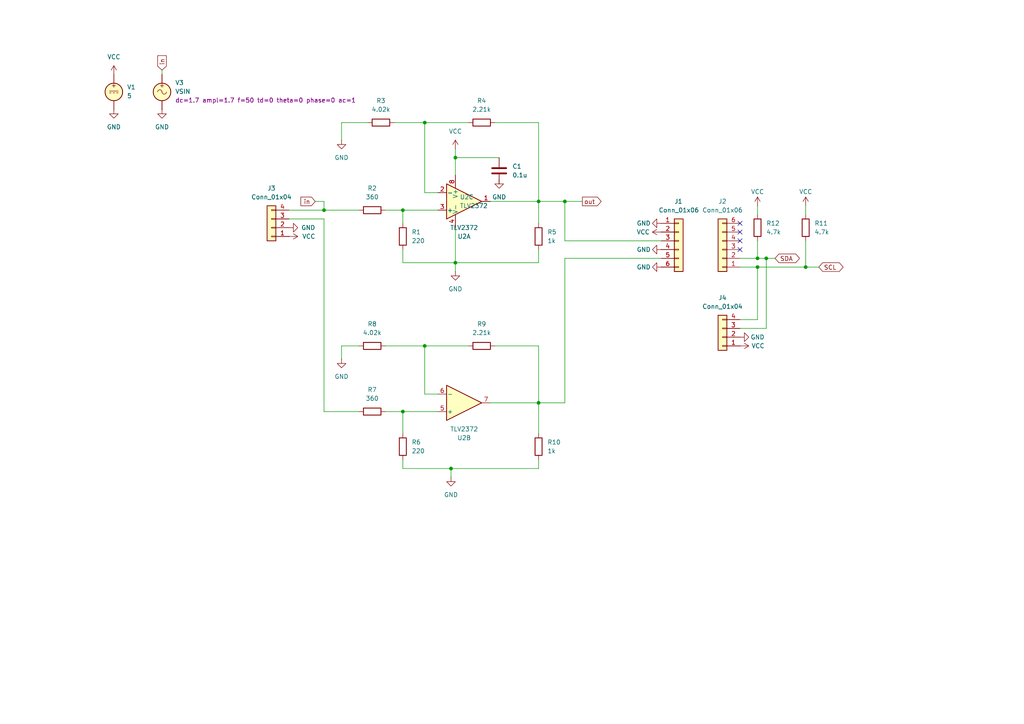
<source format=kicad_sch>
(kicad_sch (version 20231120) (generator "eeschema") (generator_version "8.0")
  (paper "A4")
  (lib_symbols
    (symbol "Amplifier_Operational:TLV2372" (pin_names (offset 0.127))
      (property "Reference" "U" (at 0 5.08 0))
      (property "Value" "TLV2372" (at 0 -5.08 0))
      (symbol "TLV2372_1_1"
        (polyline (pts (xy -5.08 5.08) (xy 5.08 0) (xy -5.08 -5.08) (xy -5.08 5.08)) (stroke (width 0.254)) (fill (type background)))
        (pin output line (at 7.62 0 180) (length 2.54) (name "~") (number "1"))
        (pin input line (at -7.62 -2.54 0) (length 2.54) (name "-") (number "2"))
        (pin input line (at -7.62 2.54 0) (length 2.54) (name "+") (number "3"))
      )
      (symbol "TLV2372_2_1"
        (polyline (pts (xy -5.08 5.08) (xy 5.08 0) (xy -5.08 -5.08) (xy -5.08 5.08)) (stroke (width 0.254)) (fill (type background)))
        (pin input line (at -7.62 2.54 0) (length 2.54) (name "+") (number "5"))
        (pin input line (at -7.62 -2.54 0) (length 2.54) (name "-") (number "6"))
        (pin output line (at 7.62 0 180) (length 2.54) (name "~") (number "7"))
      )
      (symbol "TLV2372_3_1"
        (pin power_in line (at -2.54 -7.62 90) (length 3.81) (name "V-") (number "4"))
        (pin power_in line (at -2.54 7.62 270) (length 3.81) (name "V+") (number "8"))
      )
    )
    (symbol "Connector_Generic:Conn_01x04" (pin_names (offset 1.016) hide)
      (property "Reference" "J" (at 0 5.08 0))
      (property "Value" "Conn_01x04" (at 0 -7.62 0))
      (symbol "Conn_01x04_1_1"
        (rectangle (start -1.27 -4.953) (end 0 -5.207) (stroke (width 0.1524)))
        (rectangle (start -1.27 -2.413) (end 0 -2.667) (stroke (width 0.1524)))
        (rectangle (start -1.27 0.127) (end 0 -0.127) (stroke (width 0.1524)))
        (rectangle (start -1.27 2.667) (end 0 2.413) (stroke (width 0.1524)))
        (rectangle (start -1.27 3.81) (end 1.27 -6.35) (stroke (width 0.254)) (fill (type background)))
        (pin passive line (at -5.08 2.54 0) (length 3.81) (name "Pin_1") (number "1"))
        (pin passive line (at -5.08 0 0) (length 3.81) (name "Pin_2") (number "2"))
        (pin passive line (at -5.08 -2.54 0) (length 3.81) (name "Pin_3") (number "3"))
        (pin passive line (at -5.08 -5.08 0) (length 3.81) (name "Pin_4") (number "4"))
      )
    )
    (symbol "Connector_Generic:Conn_01x06" (pin_names (offset 1.016) hide)
      (property "Reference" "J" (at 0 7.62 0))
      (property "Value" "Conn_01x06" (at 0 -10.16 0))
      (symbol "Conn_01x06_1_1"
        (rectangle (start -1.27 -7.493) (end 0 -7.747) (stroke (width 0.1524)))
        (rectangle (start -1.27 -4.953) (end 0 -5.207) (stroke (width 0.1524)))
        (rectangle (start -1.27 -2.413) (end 0 -2.667) (stroke (width 0.1524)))
        (rectangle (start -1.27 0.127) (end 0 -0.127) (stroke (width 0.1524)))
        (rectangle (start -1.27 2.667) (end 0 2.413) (stroke (width 0.1524)))
        (rectangle (start -1.27 5.207) (end 0 4.953) (stroke (width 0.1524)))
        (rectangle (start -1.27 6.35) (end 1.27 -8.89) (stroke (width 0.254)) (fill (type background)))
        (pin passive line (at -5.08 5.08 0) (length 3.81) (name "Pin_1") (number "1"))
        (pin passive line (at -5.08 2.54 0) (length 3.81) (name "Pin_2") (number "2"))
        (pin passive line (at -5.08 0 0) (length 3.81) (name "Pin_3") (number "3"))
        (pin passive line (at -5.08 -2.54 0) (length 3.81) (name "Pin_4") (number "4"))
        (pin passive line (at -5.08 -5.08 0) (length 3.81) (name "Pin_5") (number "5"))
        (pin passive line (at -5.08 -7.62 0) (length 3.81) (name "Pin_6") (number "6"))
      )
    )
    (symbol "Device:C" (pin_numbers hide) (pin_names (offset 0.254))
      (property "Reference" "C" (at 0.635 2.54 0))
      (property "Value" "C" (at 0.635 -2.54 0))
      (symbol "C_0_1"
        (polyline (pts (xy -2.032 -0.762) (xy 2.032 -0.762)) (stroke (width 0.508)))
        (polyline (pts (xy -2.032 0.762) (xy 2.032 0.762)) (stroke (width 0.508)))
      )
      (symbol "C_1_1"
        (pin passive line (at 0 3.81 270) (length 2.794) (name "~") (number "1"))
        (pin passive line (at 0 -3.81 90) (length 2.794) (name "~") (number "2"))
      )
    )
    (symbol "Device:R" (pin_numbers hide) (pin_names (offset 0))
      (property "Reference" "R" (at 2.032 0 90))
      (property "Value" "R" (at 0 0 90))
      (symbol "R_0_1"
        (rectangle (start -1.016 -2.54) (end 1.016 2.54) (stroke (width 0.254)))
      )
      (symbol "R_1_1"
        (pin passive line (at 0 3.81 270) (length 1.27) (name "~") (number "1"))
        (pin passive line (at 0 -3.81 90) (length 1.27) (name "~") (number "2"))
      )
    )
    (symbol "Simulation_SPICE:VDC" (pin_numbers hide) (pin_names (offset 0.0254))
      (property "Reference" "V" (at 2.54 2.54 0))
      (property "Value" "1" (at 2.54 0 0))
      (symbol "VDC_0_0"
        (polyline (pts (xy -1.27 0.254) (xy 1.27 0.254)))
        (polyline (pts (xy -0.762 -0.254) (xy -1.27 -0.254)))
        (polyline (pts (xy 0.254 -0.254) (xy -0.254 -0.254)))
        (polyline (pts (xy 1.27 -0.254) (xy 0.762 -0.254)))
        (text "+" (at 0 1.905 0) (effects (font (size 1.27 1.27))))
      )
      (symbol "VDC_0_1"
        (circle (center 0 0) (radius 2.54) (stroke (width 0.254)) (fill (type background)))
      )
      (symbol "VDC_1_1"
        (pin passive line (at 0 5.08 270) (length 2.54) (name "~") (number "1"))
        (pin passive line (at 0 -5.08 90) (length 2.54) (name "~") (number "2"))
      )
    )
    (symbol "Simulation_SPICE:VSIN" (pin_numbers hide) (pin_names (offset 0.0254))
      (property "Reference" "V" (at 2.54 2.54 0))
      (property "Value" "VSIN" (at 2.54 0 0))
      (property "Sim.Params" "dc=0 ampl=1 f=1k ac=1" (at 2.54 -2.54 0))
      (symbol "VSIN_0_0"
        (arc (start 0 0) (mid -0.635 0.6323) (end -1.27 0))
        (arc (start 0 0) (mid 0.635 -0.6323) (end 1.27 0))
        (text "+" (at 0 1.905 0) (effects (font (size 1.27 1.27))))
      )
      (symbol "VSIN_0_1"
        (circle (center 0 0) (radius 2.54) (stroke (width 0.254)) (fill (type background)))
      )
      (symbol "VSIN_1_1"
        (pin passive line (at 0 5.08 270) (length 2.54) (name "~") (number "1"))
        (pin passive line (at 0 -5.08 90) (length 2.54) (name "~") (number "2"))
      )
    )
    (symbol "power:GND" (power) (pin_numbers hide) (pin_names (offset 0) hide)
      (property "Value" "GND" (at 0 -3.81 0))
      (symbol "GND_0_1"
        (polyline (pts (xy 0 0) (xy 0 -1.27) (xy 1.27 -1.27) (xy 0 -2.54) (xy -1.27 -1.27) (xy 0 -1.27)))
      )
      (symbol "GND_1_1"
        (pin power_in line (at 0 0 270) (length 0) (name "~") (number "1"))
      )
    )
    (symbol "power:VCC" (power) (pin_numbers hide) (pin_names (offset 0) hide)
      (property "Value" "VCC" (at 0 3.556 0))
      (symbol "VCC_0_1"
        (polyline (pts (xy -0.762 1.27) (xy 0 2.54)))
        (polyline (pts (xy 0 0) (xy 0 2.54)))
        (polyline (pts (xy 0 2.54) (xy 0.762 1.27)))
      )
      (symbol "VCC_1_1"
        (pin power_in line (at 0 0 90) (length 0) (name "~") (number "1"))
      )
    )
  )
  (junction (at 132.08 45.72))
  (junction (at 130.81 135.89))
  (junction (at 233.68 77.47))
  (junction (at 116.84 119.38))
  (junction (at 163.83 58.42))
  (junction (at 123.19 100.33))
  (junction (at 93.98 60.96))
  (junction (at 156.21 116.84))
  (junction (at 123.19 35.56))
  (junction (at 219.71 77.47))
  (junction (at 156.21 58.42))
  (junction (at 116.84 60.96))
  (junction (at 222.25 74.93))
  (junction (at 219.71 74.93))
  (junction (at 132.08 76.2))
  (no_connect (at 214.63 69.85))
  (no_connect (at 214.63 72.39))
  (no_connect (at 214.63 64.77))
  (no_connect (at 214.63 67.31))
  (wire (pts (xy 222.25 74.93) (xy 222.25 95.25)))
  (wire (pts (xy 219.71 69.85) (xy 219.71 74.93)))
  (wire (pts (xy 156.21 58.42) (xy 163.83 58.42)))
  (wire (pts (xy 111.76 100.33) (xy 123.19 100.33)))
  (wire (pts (xy 123.19 100.33) (xy 135.89 100.33)))
  (wire (pts (xy 233.68 77.47) (xy 233.68 69.85)))
  (wire (pts (xy 142.24 58.42) (xy 156.21 58.42)))
  (wire (pts (xy 46.99 20.32) (xy 46.99 21.59)))
  (wire (pts (xy 111.76 119.38) (xy 116.84 119.38)))
  (wire (pts (xy 191.77 69.85) (xy 163.83 69.85)))
  (wire (pts (xy 163.83 69.85) (xy 163.83 58.42)))
  (wire (pts (xy 156.21 72.39) (xy 156.21 76.2)))
  (wire (pts (xy 83.82 63.5) (xy 93.98 63.5)))
  (wire (pts (xy 219.71 92.71) (xy 214.63 92.71)))
  (wire (pts (xy 163.83 116.84) (xy 156.21 116.84)))
  (wire (pts (xy 233.68 62.23) (xy 233.68 59.69)))
  (wire (pts (xy 99.06 35.56) (xy 106.68 35.56)))
  (wire (pts (xy 116.84 60.96) (xy 127 60.96)))
  (wire (pts (xy 191.77 74.93) (xy 163.83 74.93)))
  (wire (pts (xy 219.71 62.23) (xy 219.71 59.69)))
  (wire (pts (xy 116.84 76.2) (xy 132.08 76.2)))
  (wire (pts (xy 99.06 40.64) (xy 99.06 35.56)))
  (wire (pts (xy 156.21 116.84) (xy 156.21 125.73)))
  (wire (pts (xy 116.84 119.38) (xy 127 119.38)))
  (wire (pts (xy 214.63 77.47) (xy 219.71 77.47)))
  (wire (pts (xy 132.08 76.2) (xy 156.21 76.2)))
  (wire (pts (xy 233.68 77.47) (xy 237.49 77.47)))
  (wire (pts (xy 214.63 95.25) (xy 222.25 95.25)))
  (wire (pts (xy 143.51 100.33) (xy 156.21 100.33)))
  (wire (pts (xy 93.98 60.96) (xy 104.14 60.96)))
  (wire (pts (xy 143.51 35.56) (xy 156.21 35.56)))
  (wire (pts (xy 123.19 114.3) (xy 127 114.3)))
  (wire (pts (xy 93.98 119.38) (xy 104.14 119.38)))
  (wire (pts (xy 104.14 100.33) (xy 99.06 100.33)))
  (wire (pts (xy 132.08 78.74) (xy 132.08 76.2)))
  (wire (pts (xy 222.25 74.93) (xy 224.79 74.93)))
  (wire (pts (xy 219.71 74.93) (xy 222.25 74.93)))
  (wire (pts (xy 132.08 45.72) (xy 132.08 50.8)))
  (wire (pts (xy 156.21 100.33) (xy 156.21 116.84)))
  (wire (pts (xy 93.98 58.42) (xy 93.98 60.96)))
  (wire (pts (xy 144.78 53.34) (xy 144.78 52.07)))
  (wire (pts (xy 132.08 45.72) (xy 144.78 45.72)))
  (wire (pts (xy 132.08 43.18) (xy 132.08 45.72)))
  (wire (pts (xy 116.84 135.89) (xy 130.81 135.89)))
  (wire (pts (xy 123.19 35.56) (xy 135.89 35.56)))
  (wire (pts (xy 116.84 72.39) (xy 116.84 76.2)))
  (wire (pts (xy 219.71 77.47) (xy 233.68 77.47)))
  (wire (pts (xy 142.24 116.84) (xy 156.21 116.84)))
  (wire (pts (xy 214.63 74.93) (xy 219.71 74.93)))
  (wire (pts (xy 163.83 58.42) (xy 168.91 58.42)))
  (wire (pts (xy 116.84 119.38) (xy 116.84 125.73)))
  (wire (pts (xy 83.82 60.96) (xy 93.98 60.96)))
  (wire (pts (xy 130.81 135.89) (xy 130.81 138.43)))
  (wire (pts (xy 156.21 135.89) (xy 156.21 133.35)))
  (wire (pts (xy 123.19 100.33) (xy 123.19 114.3)))
  (wire (pts (xy 116.84 60.96) (xy 116.84 64.77)))
  (wire (pts (xy 132.08 66.04) (xy 132.08 76.2)))
  (wire (pts (xy 114.3 35.56) (xy 123.19 35.56)))
  (wire (pts (xy 99.06 100.33) (xy 99.06 104.14)))
  (wire (pts (xy 116.84 133.35) (xy 116.84 135.89)))
  (wire (pts (xy 111.76 60.96) (xy 116.84 60.96)))
  (wire (pts (xy 91.44 58.42) (xy 93.98 58.42)))
  (wire (pts (xy 156.21 35.56) (xy 156.21 58.42)))
  (wire (pts (xy 156.21 58.42) (xy 156.21 64.77)))
  (wire (pts (xy 219.71 77.47) (xy 219.71 92.71)))
  (wire (pts (xy 93.98 63.5) (xy 93.98 119.38)))
  (wire (pts (xy 130.81 135.89) (xy 156.21 135.89)))
  (wire (pts (xy 127 55.88) (xy 123.19 55.88)))
  (wire (pts (xy 163.83 74.93) (xy 163.83 116.84)))
  (wire (pts (xy 123.19 35.56) (xy 123.19 55.88)))
  (global_label "in" (shape input) (at 46.99 20.32 90) (property "Intersheetrefs" "${INTERSHEET_REFS}" (effects (hide yes))))
  (global_label "in" (shape input) (at 91.44 58.42 180) (property "Intersheetrefs" "${INTERSHEET_REFS}" (effects (hide yes))))
  (global_label "out" (shape output) (at 168.91 58.42 0) (property "Intersheetrefs" "${INTERSHEET_REFS}" (effects (hide yes))))
  (global_label "SCL" (shape bidirectional) (at 237.49 77.47 0) (property "Intersheetrefs" "${INTERSHEET_REFS}" (effects (hide yes))))
  (global_label "SDA" (shape bidirectional) (at 224.79 74.93 0) (property "Intersheetrefs" "${INTERSHEET_REFS}" (effects (hide yes))))
  (symbol (lib_id "power:GND") (at 99.06 40.64 0) (mirror y) (unit 1)
    (property "Reference" "#PWR011" (effects (hide yes)))
    (property "Value" "GND" (at 99.06 45.72 0))
    (property "Description" "Power symbol creates a global label with name \"GND\" , ground" (effects (hide yes)))
  )
  (symbol (lib_id "power:VCC") (at 214.63 100.33 270) (unit 1)
    (property "Reference" "#PWR018" (effects (hide yes)))
    (property "Value" "VCC" (at 217.932 100.33 90) (effects (justify left)))
    (property "Description" "Power symbol creates a global label with name \"VCC\"" (effects (hide yes)))
  )
  (symbol (lib_id "power:VCC") (at 83.82 68.58 270) (unit 1)
    (property "Reference" "#PWR012" (effects (hide yes)))
    (property "Value" "VCC" (at 87.63 68.5799 90) (effects (justify left)))
    (property "Description" "Power symbol creates a global label with name \"VCC\"" (effects (hide yes)))
  )
  (symbol (lib_id "power:GND") (at 132.08 78.74 0) (mirror y) (unit 1)
    (property "Reference" "#PWR04" (effects (hide yes)))
    (property "Value" "GND" (at 132.08 83.82 0))
    (property "Description" "Power symbol creates a global label with name \"GND\" , ground" (effects (hide yes)))
  )
  (symbol (lib_id "Device:C") (at 144.78 49.53 0) (unit 1)
    (property "Reference" "C1" (at 148.59 48.2599 0) (effects (justify left)))
    (property "Value" "0.1u" (at 148.59 50.7999 0) (effects (justify left)))
    (property "Footprint" "Capacitor_SMD:C_0805_2012Metric" (effects (hide yes)))
    (property "Description" "Unpolarized capacitor" (effects (hide yes)))
  )
  (symbol (lib_id "Device:R") (at 110.49 35.56 90) (unit 1)
    (property "Reference" "R3" (at 110.49 29.21 90))
    (property "Value" "4.02k" (at 110.49 31.75 90))
    (property "Footprint" "Resistor_SMD:R_1206_3216Metric" (effects (hide yes)))
    (property "Description" "Resistor" (effects (hide yes)))
  )
  (symbol (lib_id "power:GND") (at 83.82 66.04 90) (mirror x) (unit 1)
    (property "Reference" "#PWR013" (effects (hide yes)))
    (property "Value" "GND" (at 89.408 66.04 90))
    (property "Description" "Power symbol creates a global label with name \"GND\" , ground" (effects (hide yes)))
  )
  (symbol (lib_id "power:VCC") (at 132.08 43.18 0) (unit 1)
    (property "Reference" "#PWR02" (effects (hide yes)))
    (property "Value" "VCC" (at 132.08 38.1 0))
    (property "Description" "Power symbol creates a global label with name \"VCC\"" (effects (hide yes)))
  )
  (symbol (lib_id "Connector_Generic:Conn_01x04") (at 209.55 97.79 180) (unit 1) (exclude_from_sim yes)
    (property "Reference" "J4" (at 209.55 86.36 0))
    (property "Value" "Conn_01x04" (at 209.55 88.9 0))
    (property "Footprint" "Connector_PinHeader_2.54mm:PinHeader_1x04_P2.54mm_Horizontal" (effects (hide yes)))
    (property "Description" "Generic connector, single row, 01x04, script generated (kicad-library-utils/schlib/autogen/connector/)" (effects (hide yes)))
  )
  (symbol (lib_id "Device:R") (at 107.95 100.33 90) (unit 1)
    (property "Reference" "R8" (at 107.95 93.98 90))
    (property "Value" "4.02k" (at 107.95 96.52 90))
    (property "Footprint" "Resistor_SMD:R_1206_3216Metric" (effects (hide yes)))
    (property "Description" "Resistor" (effects (hide yes)))
  )
  (symbol (lib_id "Amplifier_Operational:TLV2372") (at 134.62 116.84 0) (mirror x) (unit 2)
    (property "Reference" "U2" (at 134.62 127 0))
    (property "Value" "TLV2372" (at 134.62 124.46 0))
    (property "Footprint" "TLV2372:P8" (effects (hide yes)))
    (property "Datasheet" "http://www.ti.com/lit/ds/symlink/tlv2375.pdf" (effects (hide yes)))
    (property "Description" "Dual Rail-to-Rail Input/Output Operational Amplifier, DIP-8/SOIC-8/VSSOP-8" (effects (hide yes)))
    (property "Sim.Library" "TLV2372dual.LIB" (effects (hide yes)))
    (property "Sim.Name" "tlv2372dual" (effects (hide yes)))
    (property "Sim.Device" "SUBCKT" (effects (hide yes)))
    (property "Sim.Pins" "1=1out 2=1in- 3=1in+ 4=vee 5=2in+ 6=2in- 7=2out 8=vcc" (effects (hide yes)))
  )
  (symbol (lib_id "Simulation_SPICE:VSIN") (at 46.99 26.67 0) (unit 1) (in_bom no) (on_board no)
    (property "Reference" "V3" (at 50.8 24.0001 0) (effects (justify left)))
    (property "Value" "VSIN" (at 50.8 26.5401 0) (effects (justify left)))
    (property "Datasheet" "https://ngspice.sourceforge.io/docs/ngspice-html-manual/manual.xhtml#sec_Independent_Sources_for" (effects (hide yes)))
    (property "Description" "Voltage source, sinusoidal" (effects (hide yes)))
    (property "Sim.Pins" "1=+ 2=-" (effects (hide yes)))
    (property "Sim.Params" "dc=1.7 ampl=1.7 f=50 td=0 theta=0 phase=0 ac=1" (at 50.8 29.0801 0) (effects (justify left)))
    (property "Sim.Type" "SIN" (effects (hide yes)))
    (property "Sim.Device" "V" (effects (hide yes)))
  )
  (symbol (lib_id "Device:R") (at 107.95 119.38 90) (unit 1)
    (property "Reference" "R7" (at 107.95 113.03 90))
    (property "Value" "360" (at 107.95 115.57 90))
    (property "Footprint" "Resistor_SMD:R_1206_3216Metric" (effects (hide yes)))
    (property "Description" "Resistor" (effects (hide yes)))
  )
  (symbol (lib_id "Device:R") (at 139.7 35.56 270) (unit 1)
    (property "Reference" "R4" (at 139.7 29.21 90))
    (property "Value" "2.21k" (at 139.7 31.75 90))
    (property "Footprint" "Resistor_SMD:R_1206_3216Metric" (effects (hide yes)))
    (property "Description" "Resistor" (effects (hide yes)))
  )
  (symbol (lib_id "Device:R") (at 116.84 68.58 180) (unit 1)
    (property "Reference" "R1" (at 119.38 67.3099 0) (effects (justify right)))
    (property "Value" "220" (at 119.38 69.8499 0) (effects (justify right)))
    (property "Footprint" "Resistor_SMD:R_1206_3216Metric" (effects (hide yes)))
    (property "Description" "Resistor" (effects (hide yes)))
  )
  (symbol (lib_id "Device:R") (at 233.68 66.04 180) (unit 1) (exclude_from_sim yes)
    (property "Reference" "R11" (at 236.22 64.7699 0) (effects (justify right)))
    (property "Value" "4.7k" (at 236.22 67.3099 0) (effects (justify right)))
    (property "Footprint" "Resistor_SMD:R_1206_3216Metric" (effects (hide yes)))
    (property "Description" "Resistor" (effects (hide yes)))
  )
  (symbol (lib_id "power:VCC") (at 219.71 59.69 0) (unit 1)
    (property "Reference" "#PWR017" (effects (hide yes)))
    (property "Value" "VCC" (at 219.71 55.626 0))
    (property "Description" "Power symbol creates a global label with name \"VCC\"" (effects (hide yes)))
  )
  (symbol (lib_id "power:GND") (at 130.81 138.43 0) (mirror y) (unit 1)
    (property "Reference" "#PWR06" (effects (hide yes)))
    (property "Value" "GND" (at 130.81 143.51 0))
    (property "Description" "Power symbol creates a global label with name \"GND\" , ground" (effects (hide yes)))
  )
  (symbol (lib_id "power:GND") (at 144.78 52.07 0) (mirror y) (unit 1)
    (property "Reference" "#PWR01" (effects (hide yes)))
    (property "Value" "GND" (at 144.78 57.15 0))
    (property "Description" "Power symbol creates a global label with name \"GND\" , ground" (effects (hide yes)))
  )
  (symbol (lib_id "Device:R") (at 139.7 100.33 270) (unit 1)
    (property "Reference" "R9" (at 139.7 93.98 90))
    (property "Value" "2.21k" (at 139.7 96.52 90))
    (property "Footprint" "Resistor_SMD:R_1206_3216Metric" (effects (hide yes)))
    (property "Description" "Resistor" (effects (hide yes)))
  )
  (symbol (lib_id "power:VCC") (at 33.02 21.59 0) (unit 1)
    (property "Reference" "#PWR05" (effects (hide yes)))
    (property "Value" "VCC" (at 33.02 16.51 0))
    (property "Description" "Power symbol creates a global label with name \"VCC\"" (effects (hide yes)))
  )
  (symbol (lib_id "power:GND") (at 33.02 31.75 0) (mirror y) (unit 1)
    (property "Reference" "#PWR03" (effects (hide yes)))
    (property "Value" "GND" (at 33.02 36.83 0))
    (property "Description" "Power symbol creates a global label with name \"GND\" , ground" (effects (hide yes)))
  )
  (symbol (lib_id "Device:R") (at 107.95 60.96 90) (unit 1)
    (property "Reference" "R2" (at 107.95 54.61 90))
    (property "Value" "360" (at 107.95 57.15 90))
    (property "Footprint" "Resistor_SMD:R_1206_3216Metric" (effects (hide yes)))
    (property "Description" "Resistor" (effects (hide yes)))
  )
  (symbol (lib_id "power:GND") (at 99.06 104.14 0) (mirror y) (unit 1)
    (property "Reference" "#PWR08" (effects (hide yes)))
    (property "Value" "GND" (at 99.06 109.22 0))
    (property "Description" "Power symbol creates a global label with name \"GND\" , ground" (effects (hide yes)))
  )
  (symbol (lib_id "Amplifier_Operational:TLV2372") (at 134.62 58.42 0) (mirror x) (unit 1)
    (property "Reference" "U2" (at 134.62 68.58 0))
    (property "Value" "TLV2372" (at 134.62 66.04 0))
    (property "Footprint" "TLV2372:P8" (effects (hide yes)))
    (property "Datasheet" "http://www.ti.com/lit/ds/symlink/tlv2375.pdf" (effects (hide yes)))
    (property "Description" "Dual Rail-to-Rail Input/Output Operational Amplifier, DIP-8/SOIC-8/VSSOP-8" (effects (hide yes)))
    (property "Sim.Library" "TLV2372dual.LIB" (effects (hide yes)))
    (property "Sim.Name" "tlv2372dual" (effects (hide yes)))
    (property "Sim.Device" "SUBCKT" (effects (hide yes)))
    (property "Sim.Pins" "1=1out 2=1in- 3=1in+ 4=vee 5=2in+ 6=2in- 7=2out 8=vcc" (effects (hide yes)))
  )
  (symbol (lib_id "Device:R") (at 156.21 68.58 180) (unit 1)
    (property "Reference" "R5" (at 158.75 67.3099 0) (effects (justify right)))
    (property "Value" "1k" (at 158.75 69.8499 0) (effects (justify right)))
    (property "Footprint" "Resistor_SMD:R_1206_3216Metric" (effects (hide yes)))
    (property "Description" "Resistor" (effects (hide yes)))
  )
  (symbol (lib_id "Connector_Generic:Conn_01x06") (at 209.55 72.39 180) (unit 1) (exclude_from_sim yes)
    (property "Reference" "J2" (at 209.55 58.42 0))
    (property "Value" "Conn_01x06" (at 209.55 60.96 0))
    (property "Footprint" "Connector_PinSocket_2.54mm:PinSocket_1x06_P2.54mm_Vertical" (effects (hide yes)))
    (property "Description" "Generic connector, single row, 01x06, script generated (kicad-library-utils/schlib/autogen/connector/)" (effects (hide yes)))
  )
  (symbol (lib_id "Simulation_SPICE:VDC") (at 33.02 26.67 0) (unit 1) (in_bom no) (on_board no)
    (property "Reference" "V1" (at 36.83 25.2701 0) (effects (justify left)))
    (property "Value" "5" (at 36.83 27.8101 0) (effects (justify left)))
    (property "Datasheet" "https://ngspice.sourceforge.io/docs/ngspice-html-manual/manual.xhtml#sec_Independent_Sources_for" (effects (hide yes)))
    (property "Description" "Voltage source, DC" (effects (hide yes)))
    (property "Sim.Pins" "1=+ 2=-" (effects (hide yes)))
    (property "Sim.Type" "DC" (effects (hide yes)))
    (property "Sim.Device" "V" (effects (hide yes)))
  )
  (symbol (lib_id "Amplifier_Operational:TLV2372") (at 134.62 58.42 0) (unit 3)
    (property "Reference" "U2" (at 133.35 57.1499 0) (effects (justify left)))
    (property "Value" "TLV2372" (at 133.35 59.6899 0) (effects (justify left)))
    (property "Footprint" "TLV2372:P8" (effects (hide yes)))
    (property "Datasheet" "http://www.ti.com/lit/ds/symlink/tlv2375.pdf" (effects (hide yes)))
    (property "Description" "Dual Rail-to-Rail Input/Output Operational Amplifier, DIP-8/SOIC-8/VSSOP-8" (effects (hide yes)))
    (property "Sim.Library" "TLV2372dual.LIB" (effects (hide yes)))
    (property "Sim.Name" "tlv2372dual" (effects (hide yes)))
    (property "Sim.Device" "SUBCKT" (effects (hide yes)))
    (property "Sim.Pins" "1=1out 2=1in- 3=1in+ 4=vee 5=2in+ 6=2in- 7=2out 8=vcc" (effects (hide yes)))
  )
  (symbol (lib_id "power:GND") (at 191.77 77.47 270) (mirror x) (unit 1)
    (property "Reference" "#PWR015" (effects (hide yes)))
    (property "Value" "GND" (at 186.69 77.47 90))
    (property "Description" "Power symbol creates a global label with name \"GND\" , ground" (effects (hide yes)))
  )
  (symbol (lib_id "Connector_Generic:Conn_01x04") (at 78.74 66.04 180) (unit 1) (exclude_from_sim yes)
    (property "Reference" "J3" (at 78.74 54.61 0))
    (property "Value" "Conn_01x04" (at 78.74 57.15 0))
    (property "Footprint" "Connector_PinHeader_2.54mm:PinHeader_1x04_P2.54mm_Vertical" (effects (hide yes)))
    (property "Description" "Generic connector, single row, 01x04, script generated (kicad-library-utils/schlib/autogen/connector/)" (effects (hide yes)))
  )
  (symbol (lib_id "Device:R") (at 116.84 129.54 180) (unit 1)
    (property "Reference" "R6" (at 119.38 128.2699 0) (effects (justify right)))
    (property "Value" "220" (at 119.38 130.8099 0) (effects (justify right)))
    (property "Footprint" "Resistor_SMD:R_1206_3216Metric" (effects (hide yes)))
    (property "Description" "Resistor" (effects (hide yes)))
  )
  (symbol (lib_id "power:GND") (at 46.99 31.75 0) (mirror y) (unit 1)
    (property "Reference" "#PWR07" (effects (hide yes)))
    (property "Value" "GND" (at 46.99 36.83 0))
    (property "Description" "Power symbol creates a global label with name \"GND\" , ground" (effects (hide yes)))
  )
  (symbol (lib_id "Device:R") (at 219.71 66.04 180) (unit 1) (exclude_from_sim yes)
    (property "Reference" "R12" (at 222.25 64.7699 0) (effects (justify right)))
    (property "Value" "4.7k" (at 222.25 67.3099 0) (effects (justify right)))
    (property "Footprint" "Resistor_SMD:R_1206_3216Metric" (effects (hide yes)))
    (property "Description" "Resistor" (effects (hide yes)))
  )
  (symbol (lib_id "power:GND") (at 191.77 72.39 270) (mirror x) (unit 1)
    (property "Reference" "#PWR014" (effects (hide yes)))
    (property "Value" "GND" (at 186.69 72.39 90))
    (property "Description" "Power symbol creates a global label with name \"GND\" , ground" (effects (hide yes)))
  )
  (symbol (lib_id "power:GND") (at 214.63 97.79 90) (mirror x) (unit 1)
    (property "Reference" "#PWR019" (effects (hide yes)))
    (property "Value" "GND" (at 219.71 97.79 90))
    (property "Description" "Power symbol creates a global label with name \"GND\" , ground" (effects (hide yes)))
  )
  (symbol (lib_id "power:VCC") (at 191.77 67.31 90) (unit 1)
    (property "Reference" "#PWR010" (effects (hide yes)))
    (property "Value" "VCC" (at 188.468 67.31 90) (effects (justify left)))
    (property "Description" "Power symbol creates a global label with name \"VCC\"" (effects (hide yes)))
  )
  (symbol (lib_id "power:GND") (at 191.77 64.77 270) (mirror x) (unit 1)
    (property "Reference" "#PWR09" (effects (hide yes)))
    (property "Value" "GND" (at 186.69 64.77 90))
    (property "Description" "Power symbol creates a global label with name \"GND\" , ground" (effects (hide yes)))
  )
  (symbol (lib_id "Device:R") (at 156.21 129.54 180) (unit 1)
    (property "Reference" "R10" (at 158.75 128.2699 0) (effects (justify right)))
    (property "Value" "1k" (at 158.75 130.8099 0) (effects (justify right)))
    (property "Footprint" "Resistor_SMD:R_1206_3216Metric" (effects (hide yes)))
    (property "Description" "Resistor" (effects (hide yes)))
  )
  (symbol (lib_id "Connector_Generic:Conn_01x06") (at 196.85 69.85 0) (unit 1) (exclude_from_sim yes)
    (property "Reference" "J1" (at 195.58 58.42 0) (effects (justify left)))
    (property "Value" "Conn_01x06" (at 191.008 60.96 0) (effects (justify left)))
    (property "Footprint" "Connector_PinSocket_2.54mm:PinSocket_1x06_P2.54mm_Vertical" (effects (hide yes)))
    (property "Description" "Generic connector, single row, 01x06, script generated (kicad-library-utils/schlib/autogen/connector/)" (effects (hide yes)))
  )
  (symbol (lib_id "power:VCC") (at 233.68 59.69 0) (unit 1)
    (property "Reference" "#PWR016" (effects (hide yes)))
    (property "Value" "VCC" (at 233.68 55.626 0))
    (property "Description" "Power symbol creates a global label with name \"VCC\"" (effects (hide yes)))
  )
)
</source>
